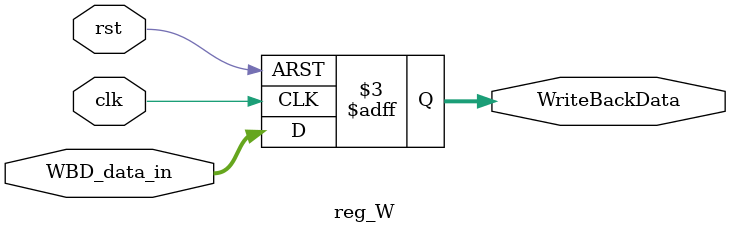
<source format=v>
module reg_W(
	input clk,rst,
	input [31:0] WBD_data_in,
	output reg [31:0] WriteBackData
);

always@(posedge clk or negedge rst)
begin
	if(!rst)
		WriteBackData <= 32'd0;
	else
		WriteBackData <= WBD_data_in;
end

endmodule
</source>
